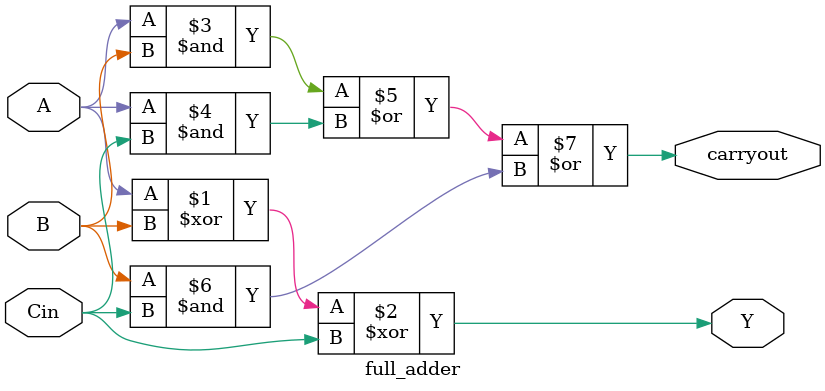
<source format=v>
module full_adder(

input A, B,Cin,
output Y, carryout
);

assign Y = (A ^ B) ^ Cin;
assign carryout = A & B | A & Cin | B & Cin;



endmodule
</source>
